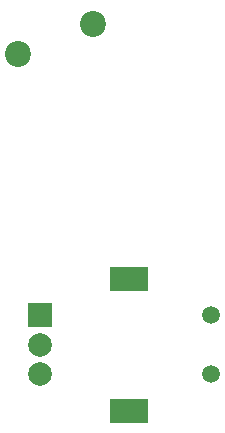
<source format=gbr>
%TF.GenerationSoftware,KiCad,Pcbnew,(5.1.7)-1*%
%TF.CreationDate,2020-10-31T04:10:28-07:00*%
%TF.ProjectId,daughter_board,64617567-6874-4657-925f-626f6172642e,rev?*%
%TF.SameCoordinates,Original*%
%TF.FileFunction,Copper,L2,Bot*%
%TF.FilePolarity,Positive*%
%FSLAX46Y46*%
G04 Gerber Fmt 4.6, Leading zero omitted, Abs format (unit mm)*
G04 Created by KiCad (PCBNEW (5.1.7)-1) date 2020-10-31 04:10:28*
%MOMM*%
%LPD*%
G01*
G04 APERTURE LIST*
%TA.AperFunction,ComponentPad*%
%ADD10C,2.200000*%
%TD*%
%TA.AperFunction,ComponentPad*%
%ADD11C,1.500000*%
%TD*%
%TA.AperFunction,ComponentPad*%
%ADD12R,3.200000X2.000000*%
%TD*%
%TA.AperFunction,ComponentPad*%
%ADD13C,2.000000*%
%TD*%
%TA.AperFunction,ComponentPad*%
%ADD14R,2.000000X2.000000*%
%TD*%
G04 APERTURE END LIST*
D10*
%TO.P,SW1,1*%
%TO.N,Net-(J1-PadS)*%
X140410001Y-74370001D03*
%TO.P,SW1,2*%
%TO.N,GND*%
X134060001Y-76910001D03*
%TD*%
D11*
%TO.P,SW2,*%
%TO.N,*%
X150390000Y-104060000D03*
X150390000Y-99060000D03*
D12*
%TO.P,SW2,MP*%
%TO.N,N/C*%
X143390000Y-107160000D03*
X143390000Y-95960000D03*
D13*
%TO.P,SW2,B*%
%TO.N,Net-(R2-Pad1)*%
X135890000Y-104060000D03*
%TO.P,SW2,C*%
%TO.N,GND*%
X135890000Y-101560000D03*
D14*
%TO.P,SW2,A*%
%TO.N,Net-(R1-Pad1)*%
X135890000Y-99060000D03*
%TD*%
M02*

</source>
